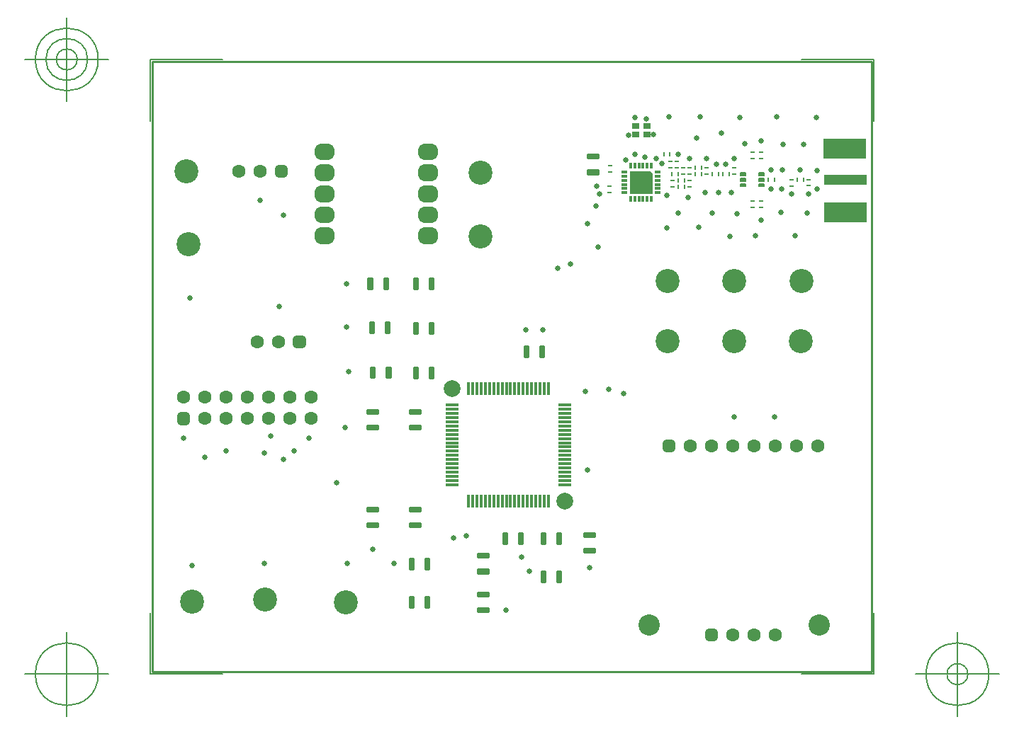
<source format=gbr>
G04 Generated by Ultiboard 14.0 *
%FSLAX24Y24*%
%MOIN*%

%ADD10C,0.0001*%
%ADD11C,0.0001*%
%ADD12C,0.0050*%
%ADD13C,0.0100*%
%ADD14C,0.07874*%
%ADD15C,0.1130*%
%ADD16C,0.0260*%
%ADD17C,0.0633*%
%ADD18R,0.0208X0.0208*%
%ADD19C,0.0392*%
%ADD20R,0.0417X0.0108*%
%ADD21C,0.0167*%
%ADD22R,0.0108X0.0417*%
%ADD23R,0.0118X0.0591*%
%ADD24R,0.0591X0.0118*%
%ADD25R,0.0315X0.0157*%
%ADD26C,0.0630*%
%ADD27R,0.0098X0.0197*%
%ADD28C,0.1000*%
%ADD29R,0.2050X0.0951*%
%ADD30R,0.2050X0.0971*%
%ADD31R,0.2050X0.0500*%
%ADD32R,0.0315X0.0118*%
%ADD33R,0.0118X0.0315*%
%ADD34R,0.0197X0.0098*%
%ADD35R,0.0236X0.0118*%
%ADD36C,0.0079*%
%ADD37R,0.0335X0.0295*%


G04 ColorRGB FF00CC for the following layer *
%LNSolder Mask Top*%
%LPD*%
G54D10*
G54D11*
G36*
X49446Y27873D02*
X49446Y27873D01*
X49543Y27776D01*
X49543Y26849D01*
X48520Y26849D01*
X48520Y27873D01*
X49446Y27873D01*
D02*
G37*
X49543Y27776D01*
X49543Y26849D01*
X48520Y26849D01*
X48520Y27873D01*
X49446Y27873D01*
G54D12*
X25960Y4200D02*
X25960Y7095D01*
X25960Y4200D02*
X29362Y4200D01*
X59980Y4200D02*
X56578Y4200D01*
X59980Y4200D02*
X59980Y7095D01*
X59980Y33150D02*
X59980Y30255D01*
X59980Y33150D02*
X56578Y33150D01*
X25960Y33150D02*
X29362Y33150D01*
X25960Y33150D02*
X25960Y30255D01*
X23991Y4200D02*
X20054Y4200D01*
X22023Y2231D02*
X22023Y6169D01*
X20547Y4200D02*
G75*
D01*
G02X20547Y4200I1476J0*
G01*
X61949Y4200D02*
X65886Y4200D01*
X63917Y2231D02*
X63917Y6169D01*
X62441Y4200D02*
G75*
D01*
G02X62441Y4200I1476J0*
G01*
X63425Y4200D02*
G75*
D01*
G02X63425Y4200I492J0*
G01*
X23991Y33150D02*
X20054Y33150D01*
X22023Y31181D02*
X22023Y35119D01*
X20547Y33150D02*
G75*
D01*
G02X20547Y33150I1476J0*
G01*
X21039Y33150D02*
G75*
D01*
G02X21039Y33150I984J0*
G01*
X21531Y33150D02*
G75*
D01*
G02X21531Y33150I492J0*
G01*
X25960Y4200D02*
X25960Y7095D01*
X25960Y4200D02*
X29362Y4200D01*
X59980Y4200D02*
X56578Y4200D01*
X59980Y4200D02*
X59980Y7095D01*
X59980Y33150D02*
X59980Y30255D01*
X59980Y33150D02*
X56578Y33150D01*
X25960Y33150D02*
X29362Y33150D01*
X25960Y33150D02*
X25960Y30255D01*
X23991Y4200D02*
X20054Y4200D01*
X22023Y2231D02*
X22023Y6169D01*
X20547Y4200D02*
G75*
D01*
G02X20547Y4200I1476J0*
G01*
X61949Y4200D02*
X65886Y4200D01*
X63917Y2231D02*
X63917Y6169D01*
X62441Y4200D02*
G75*
D01*
G02X62441Y4200I1476J0*
G01*
X63425Y4200D02*
G75*
D01*
G02X63425Y4200I492J0*
G01*
X23991Y33150D02*
X20054Y33150D01*
X22023Y31181D02*
X22023Y35119D01*
X20547Y33150D02*
G75*
D01*
G02X20547Y33150I1476J0*
G01*
X21039Y33150D02*
G75*
D01*
G02X21039Y33150I984J0*
G01*
X21531Y33150D02*
G75*
D01*
G02X21531Y33150I492J0*
G01*
G54D13*
X26060Y4300D02*
X59880Y4300D01*
X59880Y33050D01*
X26060Y33050D01*
X26060Y4300D01*
G54D14*
X45438Y12362D03*
X40162Y17638D03*
G54D15*
X27742Y24435D03*
X27905Y7609D03*
X31343Y7709D03*
X35160Y7579D03*
X53424Y19895D03*
X56563Y19895D03*
X50285Y19895D03*
X50273Y22704D03*
X56581Y22704D03*
X41483Y24818D03*
X27662Y27891D03*
X41486Y27825D03*
X53427Y22704D03*
G54D16*
X27800Y21900D03*
X32200Y25800D03*
X31100Y26500D03*
X32000Y21500D03*
X35100Y15800D03*
X31600Y15400D03*
X32700Y14700D03*
X31300Y14600D03*
X29500Y14700D03*
X28500Y14400D03*
X34700Y13200D03*
X32200Y14300D03*
X27900Y9300D03*
X44400Y20400D03*
X43600Y20400D03*
X46500Y25400D03*
X46500Y13800D03*
X45100Y23300D03*
X45700Y23500D03*
X47000Y24300D03*
X46400Y17500D03*
X47500Y17600D03*
X31300Y9400D03*
X35200Y9400D03*
X37400Y9400D03*
X46600Y9200D03*
X48200Y17400D03*
X27500Y15300D03*
X33400Y15300D03*
X53400Y16300D03*
X40200Y10600D03*
X43400Y9700D03*
X40800Y10700D03*
X55300Y16310D03*
X42680Y7220D03*
X47070Y26800D03*
X50240Y26740D03*
X51260Y26660D03*
X56130Y26810D03*
X51320Y28490D03*
X52120Y28490D03*
X53420Y28490D03*
X50790Y28670D03*
X54680Y29300D03*
X54690Y25580D03*
X48760Y30400D03*
X48460Y29580D03*
X49290Y30360D03*
X49210Y28550D03*
X49740Y28490D03*
X49630Y29600D03*
X48320Y28430D03*
X48750Y28680D03*
X58190Y25940D03*
X59100Y25930D03*
X58110Y28950D03*
X59120Y28960D03*
X53020Y28200D03*
X52570Y28210D03*
X52670Y26870D03*
X53270Y26880D03*
X52060Y26870D03*
X57300Y27040D03*
X57300Y27930D03*
X56520Y27950D03*
X55670Y27940D03*
X55650Y27060D03*
X55160Y27950D03*
X55160Y27050D03*
X56690Y29150D03*
X55700Y29160D03*
X57280Y30400D03*
X55430Y30440D03*
X53690Y30420D03*
X50340Y30450D03*
X51660Y29440D03*
X52810Y29680D03*
X50780Y25920D03*
X52370Y25910D03*
X53550Y25880D03*
X55600Y25940D03*
X56860Y25920D03*
X56290Y24860D03*
X54400Y24840D03*
X50260Y25230D03*
X46940Y27180D03*
X51820Y30450D03*
X35270Y18440D03*
X56920Y26800D03*
X53910Y29190D03*
X51760Y25260D03*
X53230Y24820D03*
X46900Y26250D03*
X49250Y27600D03*
X49220Y27150D03*
X48820Y27140D03*
X48820Y27600D03*
X43790Y9060D03*
X50000Y28240D03*
X36410Y10080D03*
X35170Y20560D03*
X35180Y22590D03*
G54D17*
X57359Y14960D03*
X52359Y14960D03*
X51359Y14960D03*
X53359Y14960D03*
X55359Y14960D03*
X54359Y14960D03*
X56359Y14960D03*
X31525Y17234D03*
X33525Y17234D03*
X33525Y16234D03*
X32525Y17234D03*
X28525Y17234D03*
X28525Y16234D03*
X27525Y17234D03*
X31525Y16234D03*
X30525Y17234D03*
X30525Y16234D03*
X29525Y17234D03*
X29525Y16234D03*
X32525Y16234D03*
X31968Y19838D03*
X30968Y19838D03*
X31116Y27894D03*
X30116Y27894D03*
X54353Y6040D03*
X53353Y6040D03*
X55353Y6040D03*
G54D18*
X50359Y14960D03*
X27525Y16234D03*
X32968Y19838D03*
X32116Y27894D03*
X52353Y6040D03*
G54D19*
X50255Y14856D02*
X50463Y14856D01*
X50463Y15064D01*
X50255Y15064D01*
X50255Y14856D01*D02*
X27421Y16130D02*
X27629Y16130D01*
X27629Y16338D01*
X27421Y16338D01*
X27421Y16130D01*D02*
X32864Y19734D02*
X33072Y19734D01*
X33072Y19942D01*
X32864Y19942D01*
X32864Y19734D01*D02*
X32012Y27790D02*
X32220Y27790D01*
X32220Y27998D01*
X32012Y27998D01*
X32012Y27790D01*D02*
X52249Y5936D02*
X52457Y5936D01*
X52457Y6144D01*
X52249Y6144D01*
X52249Y5936D01*D02*
G54D20*
X41600Y7225D03*
X41600Y7975D03*
X46600Y10025D03*
X46600Y10775D03*
X38400Y11975D03*
X38400Y11225D03*
X36400Y15825D03*
X36400Y16575D03*
X38400Y15825D03*
X38400Y16575D03*
X41600Y9045D03*
X41600Y9795D03*
X36400Y11225D03*
X36400Y11975D03*
X46760Y28602D03*
X46760Y27852D03*
G54D21*
X41392Y7171D02*
X41808Y7171D01*
X41808Y7279D01*
X41392Y7279D01*
X41392Y7171D01*D02*
X41392Y7921D02*
X41808Y7921D01*
X41808Y8029D01*
X41392Y8029D01*
X41392Y7921D01*D02*
X38921Y7392D02*
X39029Y7392D01*
X39029Y7808D01*
X38921Y7808D01*
X38921Y7392D01*D02*
X38171Y7392D02*
X38279Y7392D01*
X38279Y7808D01*
X38171Y7808D01*
X38171Y7392D01*D02*
X45121Y8592D02*
X45229Y8592D01*
X45229Y9008D01*
X45121Y9008D01*
X45121Y8592D01*D02*
X44371Y8592D02*
X44479Y8592D01*
X44479Y9008D01*
X44371Y9008D01*
X44371Y8592D01*D02*
X38171Y9192D02*
X38279Y9192D01*
X38279Y9608D01*
X38171Y9608D01*
X38171Y9192D01*D02*
X38921Y9192D02*
X39029Y9192D01*
X39029Y9608D01*
X38921Y9608D01*
X38921Y9192D01*D02*
X43321Y10392D02*
X43429Y10392D01*
X43429Y10808D01*
X43321Y10808D01*
X43321Y10392D01*D02*
X42571Y10392D02*
X42679Y10392D01*
X42679Y10808D01*
X42571Y10808D01*
X42571Y10392D01*D02*
X44371Y10392D02*
X44479Y10392D01*
X44479Y10808D01*
X44371Y10808D01*
X44371Y10392D01*D02*
X45121Y10392D02*
X45229Y10392D01*
X45229Y10808D01*
X45121Y10808D01*
X45121Y10392D01*D02*
X46392Y9971D02*
X46808Y9971D01*
X46808Y10079D01*
X46392Y10079D01*
X46392Y9971D01*D02*
X46392Y10721D02*
X46808Y10721D01*
X46808Y10829D01*
X46392Y10829D01*
X46392Y10721D01*D02*
X38192Y11921D02*
X38608Y11921D01*
X38608Y12029D01*
X38192Y12029D01*
X38192Y11921D01*D02*
X38192Y11171D02*
X38608Y11171D01*
X38608Y11279D01*
X38192Y11279D01*
X38192Y11171D01*D02*
X36192Y15771D02*
X36608Y15771D01*
X36608Y15879D01*
X36192Y15879D01*
X36192Y15771D01*D02*
X36192Y16521D02*
X36608Y16521D01*
X36608Y16629D01*
X36192Y16629D01*
X36192Y16521D01*D02*
X38192Y15771D02*
X38608Y15771D01*
X38608Y15879D01*
X38192Y15879D01*
X38192Y15771D01*D02*
X38192Y16521D02*
X38608Y16521D01*
X38608Y16629D01*
X38192Y16629D01*
X38192Y16521D01*D02*
X39121Y18192D02*
X39229Y18192D01*
X39229Y18608D01*
X39121Y18608D01*
X39121Y18192D01*D02*
X38371Y18192D02*
X38479Y18192D01*
X38479Y18608D01*
X38371Y18608D01*
X38371Y18192D01*D02*
X43571Y19192D02*
X43679Y19192D01*
X43679Y19608D01*
X43571Y19608D01*
X43571Y19192D01*D02*
X44321Y19192D02*
X44429Y19192D01*
X44429Y19608D01*
X44321Y19608D01*
X44321Y19192D01*D02*
X39121Y20292D02*
X39229Y20292D01*
X39229Y20708D01*
X39121Y20708D01*
X39121Y20292D01*D02*
X38371Y20292D02*
X38479Y20292D01*
X38479Y20708D01*
X38371Y20708D01*
X38371Y20292D01*D02*
X39121Y22392D02*
X39229Y22392D01*
X39229Y22808D01*
X39121Y22808D01*
X39121Y22392D01*D02*
X38371Y22392D02*
X38479Y22392D01*
X38479Y22808D01*
X38371Y22808D01*
X38371Y22392D01*D02*
X41392Y8991D02*
X41808Y8991D01*
X41808Y9099D01*
X41392Y9099D01*
X41392Y8991D01*D02*
X41392Y9741D02*
X41808Y9741D01*
X41808Y9849D01*
X41392Y9849D01*
X41392Y9741D01*D02*
X36192Y11171D02*
X36608Y11171D01*
X36608Y11279D01*
X36192Y11279D01*
X36192Y11171D01*D02*
X36192Y11921D02*
X36608Y11921D01*
X36608Y12029D01*
X36192Y12029D01*
X36192Y11921D01*D02*
X37091Y18212D02*
X37199Y18212D01*
X37199Y18628D01*
X37091Y18628D01*
X37091Y18212D01*D02*
X36341Y18212D02*
X36449Y18212D01*
X36449Y18628D01*
X36341Y18628D01*
X36341Y18212D01*D02*
X37051Y20332D02*
X37159Y20332D01*
X37159Y20748D01*
X37051Y20748D01*
X37051Y20332D01*D02*
X36301Y20332D02*
X36409Y20332D01*
X36409Y20748D01*
X36301Y20748D01*
X36301Y20332D01*D02*
X36981Y22392D02*
X37089Y22392D01*
X37089Y22808D01*
X36981Y22808D01*
X36981Y22392D01*D02*
X36231Y22392D02*
X36339Y22392D01*
X36339Y22808D01*
X36231Y22808D01*
X36231Y22392D01*D02*
X46552Y28548D02*
X46968Y28548D01*
X46968Y28656D01*
X46552Y28656D01*
X46552Y28548D01*D02*
X46552Y27798D02*
X46968Y27798D01*
X46968Y27906D01*
X46552Y27906D01*
X46552Y27798D01*D02*
G54D22*
X38975Y7600D03*
X38225Y7600D03*
X45175Y8800D03*
X44425Y8800D03*
X38225Y9400D03*
X38975Y9400D03*
X43375Y10600D03*
X42625Y10600D03*
X44425Y10600D03*
X45175Y10600D03*
X39175Y18400D03*
X38425Y18400D03*
X43625Y19400D03*
X44375Y19400D03*
X39175Y20500D03*
X38425Y20500D03*
X39175Y22600D03*
X38425Y22600D03*
X37145Y18420D03*
X36395Y18420D03*
X37105Y20540D03*
X36355Y20540D03*
X37035Y22600D03*
X36285Y22600D03*
G54D23*
X40930Y12362D03*
X41127Y12362D03*
X41324Y12362D03*
X41520Y12362D03*
X41717Y12362D03*
X41914Y12362D03*
X42111Y12362D03*
X42308Y12362D03*
X42505Y12362D03*
X42702Y12362D03*
X42898Y12362D03*
X43095Y12362D03*
X43292Y12362D03*
X43489Y12362D03*
X43686Y12362D03*
X43883Y12362D03*
X44080Y12362D03*
X44276Y12362D03*
X44473Y12362D03*
X44670Y12362D03*
X40930Y17638D03*
X41127Y17638D03*
X41520Y17638D03*
X41324Y17638D03*
X41717Y17638D03*
X41914Y17638D03*
X42308Y17638D03*
X42111Y17638D03*
X42505Y17638D03*
X42702Y17638D03*
X43095Y17638D03*
X42898Y17638D03*
X43292Y17638D03*
X43489Y17638D03*
X43883Y17638D03*
X43686Y17638D03*
X44080Y17638D03*
X44276Y17638D03*
X44670Y17638D03*
X44473Y17638D03*
G54D24*
X40162Y13130D03*
X40162Y13327D03*
X45438Y13130D03*
X45438Y13327D03*
X40162Y13524D03*
X40162Y13917D03*
X40162Y13720D03*
X40162Y14114D03*
X45438Y13917D03*
X45438Y13524D03*
X45438Y13720D03*
X45438Y14114D03*
X40162Y14311D03*
X40162Y14705D03*
X40162Y14508D03*
X40162Y14902D03*
X45438Y14705D03*
X45438Y14311D03*
X45438Y14508D03*
X45438Y14902D03*
X40162Y15098D03*
X40162Y15492D03*
X40162Y15295D03*
X40162Y15689D03*
X45438Y15492D03*
X45438Y15098D03*
X45438Y15295D03*
X45438Y15689D03*
X40162Y15886D03*
X40162Y16280D03*
X40162Y16083D03*
X40162Y16476D03*
X45438Y16280D03*
X45438Y15886D03*
X45438Y16083D03*
X45438Y16476D03*
X40162Y16673D03*
X40162Y16870D03*
X45438Y16673D03*
X45438Y16870D03*
G54D25*
X34128Y24862D03*
X38998Y24862D03*
X34128Y25851D03*
X38998Y25851D03*
X34128Y26839D03*
X38998Y26840D03*
X34128Y27828D03*
X38998Y27828D03*
X34128Y28817D03*
X38998Y28817D03*
G54D26*
X33971Y24784D02*
X34285Y24784D01*
X34285Y24940D01*
X33971Y24940D01*
X33971Y24784D01*D02*
X38841Y24784D02*
X39155Y24784D01*
X39155Y24940D01*
X38841Y24940D01*
X38841Y24784D01*D02*
X33971Y25773D02*
X34285Y25773D01*
X34285Y25929D01*
X33971Y25929D01*
X33971Y25773D01*D02*
X38841Y25773D02*
X39155Y25773D01*
X39155Y25929D01*
X38841Y25929D01*
X38841Y25773D01*D02*
X33971Y26761D02*
X34285Y26761D01*
X34285Y26917D01*
X33971Y26917D01*
X33971Y26761D01*D02*
X38841Y26762D02*
X39155Y26762D01*
X39155Y26918D01*
X38841Y26918D01*
X38841Y26762D01*D02*
X33971Y27750D02*
X34285Y27750D01*
X34285Y27906D01*
X33971Y27906D01*
X33971Y27750D01*D02*
X38841Y27750D02*
X39155Y27750D01*
X39155Y27906D01*
X38841Y27906D01*
X38841Y27750D01*D02*
X33971Y28739D02*
X34285Y28739D01*
X34285Y28895D01*
X33971Y28895D01*
X33971Y28739D01*D02*
X38841Y28739D02*
X39155Y28739D01*
X39155Y28895D01*
X38841Y28895D01*
X38841Y28739D01*D02*
G54D27*
X50482Y27750D03*
X50778Y27750D03*
X50785Y27450D03*
X51081Y27450D03*
X51071Y27150D03*
X50775Y27150D03*
X50398Y28680D03*
X50102Y28680D03*
X51582Y27750D03*
X51878Y27750D03*
X51582Y28050D03*
X51878Y28050D03*
X52382Y27750D03*
X52678Y27750D03*
X52882Y27750D03*
X53178Y27750D03*
X55314Y27495D03*
X55018Y27495D03*
X56373Y27486D03*
X56669Y27486D03*
G54D28*
X49400Y6500D03*
X57400Y6500D03*
G54D29*
X58600Y28940D03*
G54D30*
X58650Y25940D03*
G54D31*
X58640Y27480D03*
G54D32*
X48244Y27066D03*
X48244Y26869D03*
X49819Y26869D03*
X49819Y27066D03*
X48244Y27263D03*
X48244Y27459D03*
X48244Y27853D03*
X48244Y27656D03*
X49819Y27263D03*
X49819Y27459D03*
X49819Y27656D03*
X49819Y27853D03*
G54D33*
X48933Y26574D03*
X48539Y26574D03*
X48736Y26574D03*
X49130Y26574D03*
X49327Y26574D03*
X49524Y26574D03*
X48933Y28148D03*
X48736Y28148D03*
X48539Y28148D03*
X49130Y28148D03*
X49524Y28148D03*
X49327Y28148D03*
G54D34*
X51322Y27152D03*
X51322Y27448D03*
X50522Y27162D03*
X50522Y27458D03*
X50410Y28338D03*
X50410Y28042D03*
X50710Y28338D03*
X50710Y28042D03*
X51030Y27752D03*
X51030Y28048D03*
X51330Y28048D03*
X51330Y27752D03*
X52130Y27752D03*
X52130Y28048D03*
X53430Y27752D03*
X53430Y28048D03*
X56125Y27490D03*
X56125Y27194D03*
X54682Y28473D03*
X54682Y28768D03*
X54282Y28473D03*
X54282Y28768D03*
X56921Y27201D03*
X56921Y27497D03*
X54687Y26468D03*
X54687Y26172D03*
X54290Y26468D03*
X54290Y26172D03*
X47580Y28138D03*
X47580Y27842D03*
X47560Y27178D03*
X47560Y26882D03*
G54D35*
X53822Y27746D03*
X53822Y27490D03*
X53822Y27234D03*
X54688Y27746D03*
X54688Y27490D03*
X54688Y27234D03*
G54D36*
X53704Y27687D02*
X53940Y27687D01*
X53940Y27805D01*
X53704Y27805D01*
X53704Y27687D01*D02*
X53704Y27431D02*
X53940Y27431D01*
X53940Y27549D01*
X53704Y27549D01*
X53704Y27431D01*D02*
X53704Y27175D02*
X53940Y27175D01*
X53940Y27293D01*
X53704Y27293D01*
X53704Y27175D01*D02*
X54570Y27687D02*
X54806Y27687D01*
X54806Y27805D01*
X54570Y27805D01*
X54570Y27687D01*D02*
X54570Y27431D02*
X54806Y27431D01*
X54806Y27549D01*
X54570Y27549D01*
X54570Y27431D01*D02*
X54570Y27175D02*
X54806Y27175D01*
X54806Y27293D01*
X54570Y27293D01*
X54570Y27175D01*D02*
G54D37*
X48770Y29600D03*
X48770Y30013D03*
X49301Y30013D03*
X49301Y29600D03*

M02*

</source>
